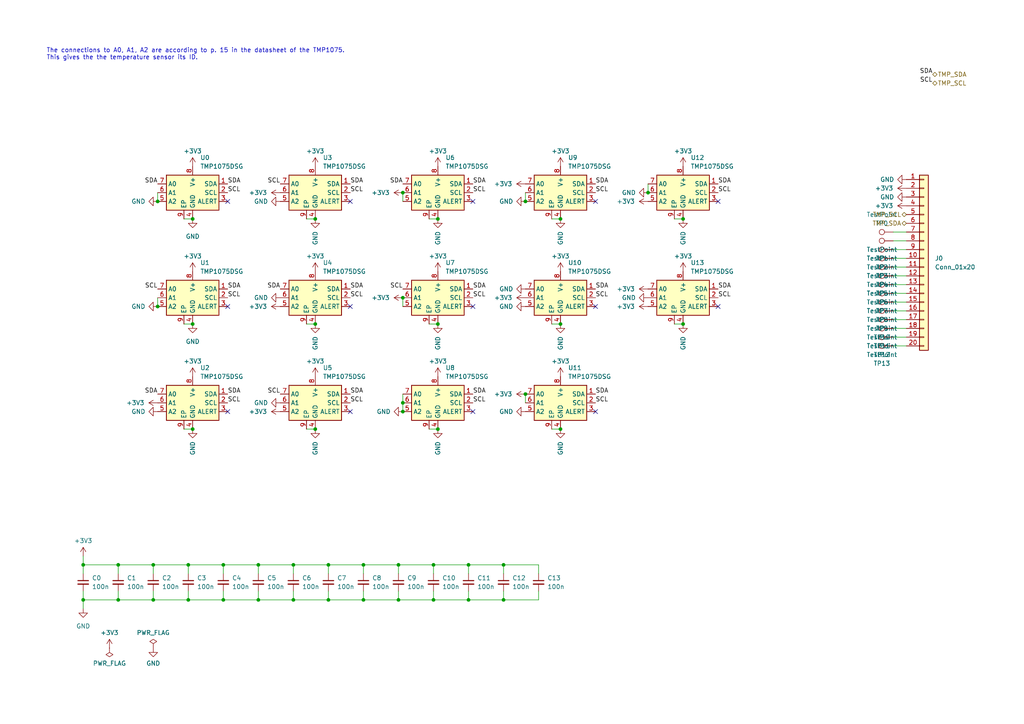
<source format=kicad_sch>
(kicad_sch (version 20231120) (generator "eeschema") (generator_version "8.0")
  (paper "A4")
  (lib_symbols
    (symbol "+3V3_1" (power) (pin_numbers hide) (pin_names (offset 0) hide)
      (property "Value" "+3V3" (at 0 3.556 0))
      (symbol "+3V3_1_0_1"
        (polyline (pts (xy -0.762 1.27) (xy 0 2.54)))
        (polyline (pts (xy 0 0) (xy 0 2.54)))
        (polyline (pts (xy 0 2.54) (xy 0.762 1.27)))
      )
      (symbol "+3V3_1_1_1"
        (pin power_in line (at 0 0 90) (length 0) (name "~") (number "1"))
      )
    )
    (symbol "Connector:TestPoint" (pin_numbers hide) (pin_names (offset 0.762) hide)
      (property "Reference" "TP" (at 0 6.858 0))
      (property "Value" "TestPoint" (at 0 5.08 0))
      (symbol "TestPoint_0_1"
        (circle (center 0 3.302) (radius 0.762))
      )
      (symbol "TestPoint_1_1"
        (pin passive line (at 0 0 90) (length 2.54) (name "1") (number "1"))
      )
    )
    (symbol "Connector_Generic:Conn_01x20" (pin_names (offset 1.016) hide)
      (property "Reference" "J" (at 0 25.4 0))
      (property "Value" "Conn_01x20" (at 0 -27.94 0))
      (symbol "Conn_01x20_1_1"
        (rectangle (start -1.27 -25.273) (end 0 -25.527) (stroke (width 0.1524)))
        (rectangle (start -1.27 -22.733) (end 0 -22.987) (stroke (width 0.1524)))
        (rectangle (start -1.27 -20.193) (end 0 -20.447) (stroke (width 0.1524)))
        (rectangle (start -1.27 -17.653) (end 0 -17.907) (stroke (width 0.1524)))
        (rectangle (start -1.27 -15.113) (end 0 -15.367) (stroke (width 0.1524)))
        (rectangle (start -1.27 -12.573) (end 0 -12.827) (stroke (width 0.1524)))
        (rectangle (start -1.27 -10.033) (end 0 -10.287) (stroke (width 0.1524)))
        (rectangle (start -1.27 -7.493) (end 0 -7.747) (stroke (width 0.1524)))
        (rectangle (start -1.27 -4.953) (end 0 -5.207) (stroke (width 0.1524)))
        (rectangle (start -1.27 -2.413) (end 0 -2.667) (stroke (width 0.1524)))
        (rectangle (start -1.27 0.127) (end 0 -0.127) (stroke (width 0.1524)))
        (rectangle (start -1.27 2.667) (end 0 2.413) (stroke (width 0.1524)))
        (rectangle (start -1.27 5.207) (end 0 4.953) (stroke (width 0.1524)))
        (rectangle (start -1.27 7.747) (end 0 7.493) (stroke (width 0.1524)))
        (rectangle (start -1.27 10.287) (end 0 10.033) (stroke (width 0.1524)))
        (rectangle (start -1.27 12.827) (end 0 12.573) (stroke (width 0.1524)))
        (rectangle (start -1.27 15.367) (end 0 15.113) (stroke (width 0.1524)))
        (rectangle (start -1.27 17.907) (end 0 17.653) (stroke (width 0.1524)))
        (rectangle (start -1.27 20.447) (end 0 20.193) (stroke (width 0.1524)))
        (rectangle (start -1.27 22.987) (end 0 22.733) (stroke (width 0.1524)))
        (rectangle (start -1.27 24.13) (end 1.27 -26.67) (stroke (width 0.254)) (fill (type background)))
        (pin passive line (at -5.08 22.86 0) (length 3.81) (name "Pin_1") (number "1"))
        (pin passive line (at -5.08 0 0) (length 3.81) (name "Pin_10") (number "10"))
        (pin passive line (at -5.08 -2.54 0) (length 3.81) (name "Pin_11") (number "11"))
        (pin passive line (at -5.08 -5.08 0) (length 3.81) (name "Pin_12") (number "12"))
        (pin passive line (at -5.08 -7.62 0) (length 3.81) (name "Pin_13") (number "13"))
        (pin passive line (at -5.08 -10.16 0) (length 3.81) (name "Pin_14") (number "14"))
        (pin passive line (at -5.08 -12.7 0) (length 3.81) (name "Pin_15") (number "15"))
        (pin passive line (at -5.08 -15.24 0) (length 3.81) (name "Pin_16") (number "16"))
        (pin passive line (at -5.08 -17.78 0) (length 3.81) (name "Pin_17") (number "17"))
        (pin passive line (at -5.08 -20.32 0) (length 3.81) (name "Pin_18") (number "18"))
        (pin passive line (at -5.08 -22.86 0) (length 3.81) (name "Pin_19") (number "19"))
        (pin passive line (at -5.08 20.32 0) (length 3.81) (name "Pin_2") (number "2"))
        (pin passive line (at -5.08 -25.4 0) (length 3.81) (name "Pin_20") (number "20"))
        (pin passive line (at -5.08 17.78 0) (length 3.81) (name "Pin_3") (number "3"))
        (pin passive line (at -5.08 15.24 0) (length 3.81) (name "Pin_4") (number "4"))
        (pin passive line (at -5.08 12.7 0) (length 3.81) (name "Pin_5") (number "5"))
        (pin passive line (at -5.08 10.16 0) (length 3.81) (name "Pin_6") (number "6"))
        (pin passive line (at -5.08 7.62 0) (length 3.81) (name "Pin_7") (number "7"))
        (pin passive line (at -5.08 5.08 0) (length 3.81) (name "Pin_8") (number "8"))
        (pin passive line (at -5.08 2.54 0) (length 3.81) (name "Pin_9") (number "9"))
      )
    )
    (symbol "Device:C_Small" (pin_numbers hide) (pin_names (offset 0.254) hide)
      (property "Reference" "C" (at 0.254 1.778 0))
      (property "Value" "C_Small" (at 0.254 -2.032 0))
      (symbol "C_Small_0_1"
        (polyline (pts (xy -1.524 -0.508) (xy 1.524 -0.508)) (stroke (width 0.3302)))
        (polyline (pts (xy -1.524 0.508) (xy 1.524 0.508)) (stroke (width 0.3048)))
      )
      (symbol "C_Small_1_1"
        (pin passive line (at 0 2.54 270) (length 2.032) (name "~") (number "1"))
        (pin passive line (at 0 -2.54 90) (length 2.032) (name "~") (number "2"))
      )
    )
    (symbol "Sensor_Temperature:TMP1075DSG"
      (property "Reference" "U" (at -6.35 6.35 0))
      (property "Value" "TMP1075DSG" (at 6.35 6.35 0))
      (symbol "TMP1075DSG_0_1"
        (rectangle (start -7.62 5.08) (end 7.62 -5.08) (stroke (width 0.254)) (fill (type background)))
      )
      (symbol "TMP1075DSG_1_1"
        (pin bidirectional line (at 10.16 2.54 180) (length 2.54) (name "SDA") (number "1"))
        (pin input line (at 10.16 0 180) (length 2.54) (name "SCL") (number "2"))
        (pin open_collector line (at 10.16 -2.54 180) (length 2.54) (name "ALERT") (number "3"))
        (pin power_in line (at 0 -7.62 90) (length 2.54) (name "GND") (number "4"))
        (pin input line (at -10.16 -2.54 0) (length 2.54) (name "A2") (number "5"))
        (pin input line (at -10.16 0 0) (length 2.54) (name "A1") (number "6"))
        (pin input line (at -10.16 2.54 0) (length 2.54) (name "A0") (number "7"))
        (pin power_in line (at 0 7.62 270) (length 2.54) (name "V+") (number "8"))
        (pin passive line (at -2.54 -7.62 90) (length 2.54) (name "EP") (number "9"))
      )
    )
    (symbol "power:+3V3" (power) (pin_names (offset 0))
      (property "Value" "+3V3" (at 0 3.556 0))
      (symbol "+3V3_0_1"
        (polyline (pts (xy -0.762 1.27) (xy 0 2.54)))
        (polyline (pts (xy 0 0) (xy 0 2.54)))
        (polyline (pts (xy 0 2.54) (xy 0.762 1.27)))
      )
      (symbol "+3V3_1_1"
        (pin power_in line (at 0 0 90) (length 0) hide (name "+3V3") (number "1"))
      )
    )
    (symbol "power:GND" (power) (pin_names (offset 0))
      (property "Value" "GND" (at 0 -3.81 0))
      (symbol "GND_0_1"
        (polyline (pts (xy 0 0) (xy 0 -1.27) (xy 1.27 -1.27) (xy 0 -2.54) (xy -1.27 -1.27) (xy 0 -1.27)))
      )
      (symbol "GND_1_1"
        (pin power_in line (at 0 0 270) (length 0) hide (name "GND") (number "1"))
      )
    )
    (symbol "power:PWR_FLAG" (power) (pin_numbers hide) (pin_names (offset 0) hide)
      (property "Value" "PWR_FLAG" (at 0 3.81 0))
      (symbol "PWR_FLAG_0_0"
        (pin power_out line (at 0 0 90) (length 0) (name "~") (number "1"))
      )
      (symbol "PWR_FLAG_0_1"
        (polyline (pts (xy 0 0) (xy 0 1.27) (xy -1.016 1.905) (xy 0 2.54) (xy 1.016 1.905) (xy 0 1.27)))
      )
    )
  )
  (junction (at 152.4 58.42))
  (junction (at 55.88 93.98))
  (junction (at 55.88 124.46))
  (junction (at 162.56 63.5))
  (junction (at 24.13 163.83))
  (junction (at 64.77 163.83))
  (junction (at 45.72 58.42))
  (junction (at 95.25 173.99))
  (junction (at 44.45 163.83))
  (junction (at 146.05 173.99))
  (junction (at 44.45 173.99))
  (junction (at 105.41 173.99))
  (junction (at 115.57 173.99))
  (junction (at 91.44 63.5))
  (junction (at 91.44 93.98))
  (junction (at 91.44 124.46))
  (junction (at 125.73 163.83))
  (junction (at 198.12 93.98))
  (junction (at 74.93 173.99))
  (junction (at 162.56 93.98))
  (junction (at 85.09 173.99))
  (junction (at 74.93 163.83))
  (junction (at 105.41 163.83))
  (junction (at 116.84 55.88))
  (junction (at 54.61 163.83))
  (junction (at 116.84 116.84))
  (junction (at 116.84 86.36))
  (junction (at 64.77 173.99))
  (junction (at 34.29 163.83))
  (junction (at 45.72 88.9))
  (junction (at 187.96 55.88))
  (junction (at 54.61 173.99))
  (junction (at 34.29 173.99))
  (junction (at 135.89 163.83))
  (junction (at 24.13 173.99))
  (junction (at 116.84 119.38))
  (junction (at 152.4 114.3))
  (junction (at 85.09 163.83))
  (junction (at 127 63.5))
  (junction (at 162.56 124.46))
  (junction (at 127 93.98))
  (junction (at 135.89 173.99))
  (junction (at 95.25 163.83))
  (junction (at 146.05 163.83))
  (junction (at 125.73 173.99))
  (junction (at 127 124.46))
  (junction (at 115.57 163.83))
  (junction (at 198.12 63.5))
  (junction (at 55.88 63.5))
  (no_connect (at 208.28 58.42))
  (no_connect (at 101.6 119.38))
  (no_connect (at 172.72 119.38))
  (no_connect (at 172.72 58.42))
  (no_connect (at 66.04 58.42))
  (no_connect (at 172.72 88.9))
  (no_connect (at 66.04 88.9))
  (no_connect (at 137.16 88.9))
  (no_connect (at 137.16 119.38))
  (no_connect (at 101.6 88.9))
  (no_connect (at 137.16 58.42))
  (no_connect (at 208.28 88.9))
  (no_connect (at 101.6 58.42))
  (no_connect (at 66.04 119.38))
  (wire (pts (xy 195.58 93.98) (xy 198.12 93.98)))
  (wire (pts (xy 259.08 80.01) (xy 262.89 80.01)))
  (wire (pts (xy 146.05 171.45) (xy 146.05 173.99)))
  (wire (pts (xy 54.61 173.99) (xy 44.45 173.99)))
  (wire (pts (xy 88.9 93.98) (xy 91.44 93.98)))
  (wire (pts (xy 34.29 166.37) (xy 34.29 163.83)))
  (wire (pts (xy 64.77 173.99) (xy 54.61 173.99)))
  (wire (pts (xy 74.93 173.99) (xy 64.77 173.99)))
  (wire (pts (xy 105.41 173.99) (xy 95.25 173.99)))
  (wire (pts (xy 95.25 173.99) (xy 85.09 173.99)))
  (wire (pts (xy 259.08 77.47) (xy 262.89 77.47)))
  (wire (pts (xy 24.13 161.29) (xy 24.13 163.83)))
  (wire (pts (xy 105.41 171.45) (xy 105.41 173.99)))
  (wire (pts (xy 115.57 171.45) (xy 115.57 173.99)))
  (wire (pts (xy 125.73 163.83) (xy 125.73 166.37)))
  (wire (pts (xy 146.05 163.83) (xy 146.05 166.37)))
  (wire (pts (xy 259.08 100.33) (xy 262.89 100.33)))
  (wire (pts (xy 259.08 95.25) (xy 262.89 95.25)))
  (wire (pts (xy 53.34 63.5) (xy 55.88 63.5)))
  (wire (pts (xy 34.29 173.99) (xy 24.13 173.99)))
  (wire (pts (xy 34.29 163.83) (xy 44.45 163.83)))
  (wire (pts (xy 259.08 85.09) (xy 262.89 85.09)))
  (wire (pts (xy 125.73 173.99) (xy 115.57 173.99)))
  (wire (pts (xy 156.21 163.83) (xy 156.21 166.37)))
  (wire (pts (xy 74.93 163.83) (xy 74.93 166.37)))
  (wire (pts (xy 195.58 63.5) (xy 198.12 63.5)))
  (wire (pts (xy 54.61 171.45) (xy 54.61 173.99)))
  (wire (pts (xy 44.45 163.83) (xy 44.45 166.37)))
  (wire (pts (xy 85.09 171.45) (xy 85.09 173.99)))
  (wire (pts (xy 152.4 114.3) (xy 152.4 116.84)))
  (wire (pts (xy 53.34 93.98) (xy 55.88 93.98)))
  (wire (pts (xy 95.25 171.45) (xy 95.25 173.99)))
  (wire (pts (xy 124.46 93.98) (xy 127 93.98)))
  (wire (pts (xy 116.84 114.3) (xy 116.84 116.84)))
  (wire (pts (xy 156.21 173.99) (xy 146.05 173.99)))
  (wire (pts (xy 85.09 173.99) (xy 74.93 173.99)))
  (wire (pts (xy 85.09 163.83) (xy 95.25 163.83)))
  (wire (pts (xy 64.77 163.83) (xy 74.93 163.83)))
  (wire (pts (xy 74.93 163.83) (xy 85.09 163.83)))
  (wire (pts (xy 259.08 72.39) (xy 262.89 72.39)))
  (wire (pts (xy 115.57 163.83) (xy 115.57 166.37)))
  (wire (pts (xy 45.72 86.36) (xy 45.72 88.9)))
  (wire (pts (xy 135.89 173.99) (xy 125.73 173.99)))
  (wire (pts (xy 105.41 163.83) (xy 115.57 163.83)))
  (wire (pts (xy 135.89 171.45) (xy 135.89 173.99)))
  (wire (pts (xy 24.13 163.83) (xy 34.29 163.83)))
  (wire (pts (xy 64.77 171.45) (xy 64.77 173.99)))
  (wire (pts (xy 259.08 69.85) (xy 262.89 69.85)))
  (wire (pts (xy 135.89 163.83) (xy 135.89 166.37)))
  (wire (pts (xy 54.61 163.83) (xy 64.77 163.83)))
  (wire (pts (xy 95.25 163.83) (xy 105.41 163.83)))
  (wire (pts (xy 187.96 53.34) (xy 187.96 55.88)))
  (wire (pts (xy 85.09 163.83) (xy 85.09 166.37)))
  (wire (pts (xy 160.02 124.46) (xy 162.56 124.46)))
  (wire (pts (xy 45.72 55.88) (xy 45.72 58.42)))
  (wire (pts (xy 34.29 171.45) (xy 34.29 173.99)))
  (wire (pts (xy 259.08 87.63) (xy 262.89 87.63)))
  (wire (pts (xy 259.08 90.17) (xy 262.89 90.17)))
  (wire (pts (xy 116.84 55.88) (xy 116.84 58.42)))
  (wire (pts (xy 44.45 173.99) (xy 34.29 173.99)))
  (wire (pts (xy 259.08 74.93) (xy 262.89 74.93)))
  (wire (pts (xy 54.61 163.83) (xy 54.61 166.37)))
  (wire (pts (xy 152.4 55.88) (xy 152.4 58.42)))
  (wire (pts (xy 44.45 171.45) (xy 44.45 173.99)))
  (wire (pts (xy 115.57 163.83) (xy 125.73 163.83)))
  (wire (pts (xy 74.93 171.45) (xy 74.93 173.99)))
  (wire (pts (xy 124.46 124.46) (xy 127 124.46)))
  (wire (pts (xy 135.89 163.83) (xy 146.05 163.83)))
  (wire (pts (xy 160.02 93.98) (xy 162.56 93.98)))
  (wire (pts (xy 259.08 82.55) (xy 262.89 82.55)))
  (wire (pts (xy 115.57 173.99) (xy 105.41 173.99)))
  (wire (pts (xy 259.08 92.71) (xy 262.89 92.71)))
  (wire (pts (xy 125.73 171.45) (xy 125.73 173.99)))
  (wire (pts (xy 116.84 86.36) (xy 116.84 88.9)))
  (wire (pts (xy 259.08 97.79) (xy 262.89 97.79)))
  (wire (pts (xy 124.46 63.5) (xy 127 63.5)))
  (wire (pts (xy 24.13 171.45) (xy 24.13 173.99)))
  (wire (pts (xy 24.13 163.83) (xy 24.13 166.37)))
  (wire (pts (xy 64.77 163.83) (xy 64.77 166.37)))
  (wire (pts (xy 88.9 63.5) (xy 91.44 63.5)))
  (wire (pts (xy 259.08 67.31) (xy 262.89 67.31)))
  (wire (pts (xy 156.21 171.45) (xy 156.21 173.99)))
  (wire (pts (xy 95.25 166.37) (xy 95.25 163.83)))
  (wire (pts (xy 146.05 173.99) (xy 135.89 173.99)))
  (wire (pts (xy 88.9 124.46) (xy 91.44 124.46)))
  (wire (pts (xy 160.02 63.5) (xy 162.56 63.5)))
  (wire (pts (xy 105.41 163.83) (xy 105.41 166.37)))
  (wire (pts (xy 53.34 124.46) (xy 55.88 124.46)))
  (wire (pts (xy 44.45 163.83) (xy 54.61 163.83)))
  (wire (pts (xy 24.13 173.99) (xy 24.13 176.53)))
  (wire (pts (xy 116.84 116.84) (xy 116.84 119.38)))
  (wire (pts (xy 146.05 163.83) (xy 156.21 163.83)))
  (wire (pts (xy 125.73 163.83) (xy 135.89 163.83)))
  (text "The connections to A0, A1, A2 are according to p. 15 in the datasheet of the TMP1075. \nThis gives the the temperature sensor its ID. " (at 13.462 15.748 0) (effects (font (size 1.27 1.27)) (justify left)))
  (label "SDA" (at 208.28 53.34 0))
  (label "SCL" (at 137.16 116.84 0))
  (label "SDA" (at 172.72 53.34 0))
  (label "SCL" (at 101.6 55.88 0))
  (label "SDA" (at 81.28 83.82 180))
  (label "SDA" (at 45.72 114.3 180))
  (label "SDA" (at 45.72 53.34 180))
  (label "SCL" (at 66.04 55.88 0))
  (label "SCL" (at 270.51 24.13 180))
  (label "SDA" (at 66.04 83.82 0))
  (label "SDA" (at 137.16 53.34 0))
  (label "SCL" (at 137.16 55.88 0))
  (label "SCL" (at 172.72 55.88 0))
  (label "SDA" (at 172.72 114.3 0))
  (label "SCL" (at 81.28 114.3 180))
  (label "SCL" (at 101.6 116.84 0))
  (label "SDA" (at 172.72 83.82 0))
  (label "SDA" (at 116.84 53.34 180))
  (label "SCL" (at 66.04 116.84 0))
  (label "SDA" (at 101.6 114.3 0))
  (label "SCL" (at 66.04 86.36 0))
  (label "SDA" (at 137.16 83.82 0))
  (label "SCL" (at 208.28 55.88 0))
  (label "SDA" (at 137.16 114.3 0))
  (label "SCL" (at 137.16 86.36 0))
  (label "SDA" (at 101.6 53.34 0))
  (label "SDA" (at 270.51 21.59 180))
  (label "SCL" (at 172.72 86.36 0))
  (label "SDA" (at 101.6 83.82 0))
  (label "SCL" (at 208.28 86.36 0))
  (label "SDA" (at 208.28 83.82 0))
  (label "SDA" (at 66.04 114.3 0))
  (label "SCL" (at 172.72 116.84 0))
  (label "SDA" (at 66.04 53.34 0))
  (label "SCL" (at 116.84 83.82 180))
  (label "SCL" (at 45.72 83.82 180))
  (label "SCL" (at 81.28 53.34 180))
  (label "SCL" (at 101.6 86.36 0))
  (hierarchical_label "TMP_SCL" (shape bidirectional) (at 270.51 24.13 0))
  (hierarchical_label "TMP_SDA" (shape bidirectional) (at 270.51 21.59 0))
  (hierarchical_label "TMP_SDA" (shape bidirectional) (at 262.89 64.77 180))
  (hierarchical_label "TMP_SCL" (shape bidirectional) (at 262.89 62.23 180))
  (symbol (lib_id "power:GND") (at 24.13 176.53 0) (unit 1)
    (property "Reference" "#PWR01" (effects (hide yes)))
    (property "Value" "GND" (at 24.13 181.61 0))
  )
  (symbol (lib_id "power:+3V3") (at 31.75 187.96 0) (mirror y) (unit 1)
    (property "Reference" "#PWR02" (effects (hide yes)))
    (property "Value" "+3V3" (at 31.75 183.515 0))
  )
  (symbol (lib_id "power:+3V3") (at 91.44 48.26 0) (unit 1)
    (property "Reference" "#PWR020" (effects (hide yes)))
    (property "Value" "+3V3" (at 91.44 43.815 0))
  )
  (symbol (lib_id "power:+3V3") (at 152.4 53.34 90) (mirror x) (unit 1)
    (property "Reference" "#PWR035" (effects (hide yes)))
    (property "Value" "+3V3" (at 148.59 53.3401 90) (effects (justify left)))
  )
  (symbol (lib_id "power:+3V3") (at 262.89 59.69 90) (unit 1)
    (property "Reference" "#PWR051" (effects (hide yes)))
    (property "Value" "+3V3" (at 259.08 59.6899 90) (effects (justify left)))
  )
  (symbol (lib_id "Sensor_Temperature:TMP1075DSG") (at 55.88 116.84 0) (unit 1)
    (property "Reference" "U2" (at 58.0741 106.68 0) (effects (justify left)))
    (property "Value" "TMP1075DSG" (at 58.0741 109.22 0) (effects (justify left)))
    (property "Footprint" "Package_SON:WSON-8-1EP_2x2mm_P0.5mm_EP0.9x1.6mm_ThermalVias" (effects (hide yes)))
    (property "Datasheet" "https://www.ti.com/lit/gpn/tmp1075" (effects (hide yes)))
  )
  (symbol (lib_id "power:GND") (at 55.88 124.46 0) (unit 1)
    (property "Reference" "#PWR013" (effects (hide yes)))
    (property "Value" "GND" (at 55.88 132.08 90) (effects (justify left)))
  )
  (symbol (lib_id "Sensor_Temperature:TMP1075DSG") (at 162.56 86.36 0) (unit 1)
    (property "Reference" "U10" (at 164.7541 76.2 0) (effects (justify left)))
    (property "Value" "TMP1075DSG" (at 164.7541 78.74 0) (effects (justify left)))
    (property "Footprint" "Package_SON:WSON-8-1EP_2x2mm_P0.5mm_EP0.9x1.6mm_ThermalVias" (effects (hide yes)))
    (property "Datasheet" "https://www.ti.com/lit/gpn/tmp1075" (effects (hide yes)))
  )
  (symbol (lib_id "power:GND") (at 81.28 86.36 270) (mirror x) (unit 1)
    (property "Reference" "#PWR016" (effects (hide yes)))
    (property "Value" "GND" (at 73.66 86.36 90) (effects (justify left)))
  )
  (symbol (lib_id "Sensor_Temperature:TMP1075DSG") (at 198.12 55.88 0) (unit 1)
    (property "Reference" "U12" (at 200.3141 45.72 0) (effects (justify left)))
    (property "Value" "TMP1075DSG" (at 200.3141 48.26 0) (effects (justify left)))
    (property "Footprint" "Package_SON:WSON-8-1EP_2x2mm_P0.5mm_EP0.9x1.6mm_ThermalVias" (effects (hide yes)))
    (property "Datasheet" "https://www.ti.com/lit/gpn/tmp1075" (effects (hide yes)))
  )
  (symbol (lib_id "power:+3V3") (at 187.96 88.9 90) (unit 1)
    (property "Reference" "#PWR056" (effects (hide yes)))
    (property "Value" "+3V3" (at 184.15 88.8999 90) (effects (justify left)))
  )
  (symbol (lib_id "Sensor_Temperature:TMP1075DSG") (at 127 116.84 0) (unit 1)
    (property "Reference" "U8" (at 129.1941 106.68 0) (effects (justify left)))
    (property "Value" "TMP1075DSG" (at 129.1941 109.22 0) (effects (justify left)))
    (property "Footprint" "Package_SON:WSON-8-1EP_2x2mm_P0.5mm_EP0.9x1.6mm_ThermalVias" (effects (hide yes)))
    (property "Datasheet" "https://www.ti.com/lit/gpn/tmp1075" (effects (hide yes)))
  )
  (symbol (lib_id "Device:C_Small") (at 54.61 168.91 0) (unit 1)
    (property "Reference" "C3" (at 57.15 167.6462 0) (effects (justify left)))
    (property "Value" "100n" (at 57.15 170.1862 0) (effects (justify left)))
    (property "Footprint" "Capacitor_SMD:C_0603_1608Metric" (effects (hide yes)))
  )
  (symbol (lib_id "power:GND") (at 116.84 119.38 270) (unit 1)
    (property "Reference" "#PWR028" (effects (hide yes)))
    (property "Value" "GND" (at 109.22 119.38 90) (effects (justify left)))
  )
  (symbol (lib_id "Sensor_Temperature:TMP1075DSG") (at 127 55.88 0) (unit 1)
    (property "Reference" "U6" (at 129.1941 45.72 0) (effects (justify left)))
    (property "Value" "TMP1075DSG" (at 129.1941 48.26 0) (effects (justify left)))
    (property "Footprint" "Package_SON:WSON-8-1EP_2x2mm_P0.5mm_EP0.9x1.6mm_ThermalVias" (effects (hide yes)))
    (property "Datasheet" "https://www.ti.com/lit/gpn/tmp1075" (effects (hide yes)))
  )
  (symbol (lib_id "power:+3V3") (at 152.4 114.3 90) (mirror x) (unit 1)
    (property "Reference" "#PWR040" (effects (hide yes)))
    (property "Value" "+3V3" (at 148.59 114.3001 90) (effects (justify left)))
  )
  (symbol (lib_id "power:GND") (at 44.45 187.96 0) (mirror y) (unit 1)
    (property "Reference" "#PWR03" (effects (hide yes)))
    (property "Value" "GND" (at 44.45 192.405 0))
  )
  (symbol (lib_id "Connector:TestPoint") (at 259.08 67.31 90) (mirror x) (unit 1)
    (property "Reference" "TP0" (at 255.778 64.77 90))
    (property "Value" "TestPoint" (at 255.778 62.23 90))
    (property "Footprint" "TestPoint:TestPoint_Pad_2.0x2.0mm" (effects (hide yes)))
    (property "Description" "test point" (effects (hide yes)))
  )
  (symbol (lib_id "Device:C_Small") (at 95.25 168.91 0) (unit 1)
    (property "Reference" "C7" (at 97.79 167.6462 0) (effects (justify left)))
    (property "Value" "100n" (at 97.79 170.1862 0) (effects (justify left)))
    (property "Footprint" "Capacitor_SMD:C_0603_1608Metric" (effects (hide yes)))
  )
  (symbol (lib_id "power:+3V3") (at 81.28 119.38 90) (mirror x) (unit 1)
    (property "Reference" "#PWR019" (effects (hide yes)))
    (property "Value" "+3V3" (at 77.47 119.3801 90) (effects (justify left)))
  )
  (symbol (lib_id "Sensor_Temperature:TMP1075DSG") (at 91.44 55.88 0) (unit 1)
    (property "Reference" "U3" (at 93.6341 45.72 0) (effects (justify left)))
    (property "Value" "TMP1075DSG" (at 93.6341 48.26 0) (effects (justify left)))
    (property "Footprint" "Package_SON:WSON-8-1EP_2x2mm_P0.5mm_EP0.9x1.6mm_ThermalVias" (effects (hide yes)))
    (property "Datasheet" "https://www.ti.com/lit/gpn/tmp1075" (effects (hide yes)))
  )
  (symbol (lib_id "Sensor_Temperature:TMP1075DSG") (at 162.56 116.84 0) (unit 1)
    (property "Reference" "U11" (at 164.7541 106.68 0) (effects (justify left)))
    (property "Value" "TMP1075DSG" (at 164.7541 109.22 0) (effects (justify left)))
    (property "Footprint" "Package_SON:WSON-8-1EP_2x2mm_P0.5mm_EP0.9x1.6mm_ThermalVias" (effects (hide yes)))
    (property "Datasheet" "https://www.ti.com/lit/gpn/tmp1075" (effects (hide yes)))
  )
  (symbol (lib_id "Sensor_Temperature:TMP1075DSG") (at 55.88 55.88 0) (unit 1)
    (property "Reference" "U0" (at 58.0741 45.72 0) (effects (justify left)))
    (property "Value" "TMP1075DSG" (at 58.0741 48.26 0) (effects (justify left)))
    (property "Footprint" "Package_SON:WSON-8-1EP_2x2mm_P0.5mm_EP0.9x1.6mm_ThermalVias" (effects (hide yes)))
    (property "Datasheet" "https://www.ti.com/lit/gpn/tmp1075" (effects (hide yes)))
  )
  (symbol (lib_id "power:+3V3") (at 55.88 78.74 0) (unit 1)
    (property "Reference" "#PWR010" (effects (hide yes)))
    (property "Value" "+3V3" (at 55.88 74.295 0))
  )
  (symbol (lib_id "power:GND") (at 152.4 58.42 270) (unit 1)
    (property "Reference" "#PWR036" (effects (hide yes)))
    (property "Value" "GND" (at 144.78 58.42 90) (effects (justify left)))
  )
  (symbol (lib_id "Connector:TestPoint") (at 259.08 72.39 90) (mirror x) (unit 1)
    (property "Reference" "TP2" (at 255.778 77.47 90))
    (property "Value" "TestPoint" (at 255.778 74.93 90))
    (property "Footprint" "TestPoint:TestPoint_Pad_2.0x2.0mm" (effects (hide yes)))
    (property "Description" "test point" (effects (hide yes)))
  )
  (symbol (lib_id "Device:C_Small") (at 24.13 168.91 0) (unit 1)
    (property "Reference" "C0" (at 26.67 167.6462 0) (effects (justify left)))
    (property "Value" "100n" (at 26.67 170.1862 0) (effects (justify left)))
    (property "Footprint" "Capacitor_SMD:C_0603_1608Metric" (effects (hide yes)))
  )
  (symbol (lib_id "power:GND") (at 91.44 124.46 0) (unit 1)
    (property "Reference" "#PWR025" (effects (hide yes)))
    (property "Value" "GND" (at 91.44 132.08 90) (effects (justify left)))
  )
  (symbol (lib_id "Device:C_Small") (at 125.73 168.91 0) (unit 1)
    (property "Reference" "C10" (at 128.27 167.6462 0) (effects (justify left)))
    (property "Value" "100n" (at 128.27 170.1862 0) (effects (justify left)))
    (property "Footprint" "Capacitor_SMD:C_0603_1608Metric" (effects (hide yes)))
  )
  (symbol (lib_id "power:+3V3") (at 55.88 109.22 0) (unit 1)
    (property "Reference" "#PWR012" (effects (hide yes)))
    (property "Value" "+3V3" (at 55.88 104.775 0))
  )
  (symbol (lib_id "power:GND") (at 198.12 63.5 0) (unit 1)
    (property "Reference" "#PWR054" (effects (hide yes)))
    (property "Value" "GND" (at 198.12 71.12 90) (effects (justify left)))
  )
  (symbol (lib_id "Device:C_Small") (at 74.93 168.91 0) (unit 1)
    (property "Reference" "C5" (at 77.47 167.6462 0) (effects (justify left)))
    (property "Value" "100n" (at 77.47 170.1862 0) (effects (justify left)))
    (property "Footprint" "Capacitor_SMD:C_0603_1608Metric" (effects (hide yes)))
  )
  (symbol (lib_id "power:GND") (at 162.56 63.5 0) (unit 1)
    (property "Reference" "#PWR043" (effects (hide yes)))
    (property "Value" "GND" (at 162.56 71.12 90) (effects (justify left)))
  )
  (symbol (lib_id "Sensor_Temperature:TMP1075DSG") (at 55.88 86.36 0) (unit 1)
    (property "Reference" "U1" (at 58.0741 76.2 0) (effects (justify left)))
    (property "Value" "TMP1075DSG" (at 58.0741 78.74 0) (effects (justify left)))
    (property "Footprint" "Package_SON:WSON-8-1EP_2x2mm_P0.5mm_EP0.9x1.6mm_ThermalVias" (effects (hide yes)))
    (property "Datasheet" "https://www.ti.com/lit/gpn/tmp1075" (effects (hide yes)))
  )
  (symbol (lib_id "Connector:TestPoint") (at 259.08 100.33 90) (mirror x) (unit 1)
    (property "Reference" "TP13" (at 255.778 105.41 90))
    (property "Value" "TestPoint" (at 255.778 102.87 90))
    (property "Footprint" "TestPoint:TestPoint_Pad_2.0x2.0mm" (effects (hide yes)))
    (property "Description" "test point" (effects (hide yes)))
  )
  (symbol (lib_id "power:GND") (at 262.89 57.15 270) (mirror x) (unit 1)
    (property "Reference" "#PWR050" (effects (hide yes)))
    (property "Value" "GND" (at 255.27 57.15 90) (effects (justify left)))
  )
  (symbol (lib_id "Device:C_Small") (at 156.21 168.91 0) (unit 1)
    (property "Reference" "C13" (at 158.75 167.6462 0) (effects (justify left)))
    (property "Value" "100n" (at 158.75 170.1862 0) (effects (justify left)))
    (property "Footprint" "Capacitor_SMD:C_0603_1608Metric" (effects (hide yes)))
  )
  (symbol (lib_id "Connector:TestPoint") (at 259.08 90.17 90) (mirror x) (unit 1)
    (property "Reference" "TP9" (at 255.778 95.25 90))
    (property "Value" "TestPoint" (at 255.778 92.71 90))
    (property "Footprint" "TestPoint:TestPoint_Pad_2.0x2.0mm" (effects (hide yes)))
    (property "Description" "test point" (effects (hide yes)))
  )
  (symbol (lib_id "power:GND") (at 262.89 52.07 270) (mirror x) (unit 1)
    (property "Reference" "#PWR057" (effects (hide yes)))
    (property "Value" "GND" (at 255.27 52.07 90) (effects (justify left)))
  )
  (symbol (lib_id "Device:C_Small") (at 85.09 168.91 0) (unit 1)
    (property "Reference" "C6" (at 87.63 167.6462 0) (effects (justify left)))
    (property "Value" "100n" (at 87.63 170.1862 0) (effects (justify left)))
    (property "Footprint" "Capacitor_SMD:C_0603_1608Metric" (effects (hide yes)))
  )
  (symbol (lib_id "power:GND") (at 162.56 93.98 0) (unit 1)
    (property "Reference" "#PWR045" (effects (hide yes)))
    (property "Value" "GND" (at 162.56 101.6 90) (effects (justify left)))
  )
  (symbol (lib_id "power:PWR_FLAG") (at 31.75 187.96 180) (unit 1)
    (property "Reference" "#FLG00" (effects (hide yes)))
    (property "Value" "PWR_FLAG" (at 31.75 192.405 0))
    (property "Description" "Special symbol for telling ERC where power comes from" (effects (hide yes)))
  )
  (symbol (lib_id "Device:C_Small") (at 44.45 168.91 0) (unit 1)
    (property "Reference" "C2" (at 46.99 167.6462 0) (effects (justify left)))
    (property "Value" "100n" (at 46.99 170.1862 0) (effects (justify left)))
    (property "Footprint" "Capacitor_SMD:C_0603_1608Metric" (effects (hide yes)))
  )
  (symbol (lib_id "Connector:TestPoint") (at 259.08 80.01 90) (mirror x) (unit 1)
    (property "Reference" "TP5" (at 255.778 85.09 90))
    (property "Value" "TestPoint" (at 255.778 82.55 90))
    (property "Footprint" "TestPoint:TestPoint_Pad_2.0x2.0mm" (effects (hide yes)))
    (property "Description" "test point" (effects (hide yes)))
  )
  (symbol (lib_id "Connector:TestPoint") (at 259.08 95.25 90) (mirror x) (unit 1)
    (property "Reference" "TP11" (at 255.778 100.33 90))
    (property "Value" "TestPoint" (at 255.778 97.79 90))
    (property "Footprint" "TestPoint:TestPoint_Pad_2.0x2.0mm" (effects (hide yes)))
    (property "Description" "test point" (effects (hide yes)))
  )
  (symbol (lib_id "power:GND") (at 81.28 58.42 270) (unit 1)
    (property "Reference" "#PWR015" (effects (hide yes)))
    (property "Value" "GND" (at 73.66 58.42 90) (effects (justify left)))
  )
  (symbol (lib_id "Device:C_Small") (at 64.77 168.91 0) (unit 1)
    (property "Reference" "C4" (at 67.31 167.6462 0) (effects (justify left)))
    (property "Value" "100n" (at 67.31 170.1862 0) (effects (justify left)))
    (property "Footprint" "Capacitor_SMD:C_0603_1608Metric" (effects (hide yes)))
  )
  (symbol (lib_id "Connector:TestPoint") (at 259.08 85.09 90) (mirror x) (unit 1)
    (property "Reference" "TP7" (at 255.778 90.17 90))
    (property "Value" "TestPoint" (at 255.778 87.63 90))
    (property "Footprint" "TestPoint:TestPoint_Pad_2.0x2.0mm" (effects (hide yes)))
    (property "Description" "test point" (effects (hide yes)))
  )
  (symbol (lib_id "power:GND") (at 45.72 119.38 270) (unit 1)
    (property "Reference" "#PWR07" (effects (hide yes)))
    (property "Value" "GND" (at 38.1 119.38 90) (effects (justify left)))
  )
  (symbol (lib_id "power:+3V3") (at 198.12 48.26 0) (unit 1)
    (property "Reference" "#PWR053" (effects (hide yes)))
    (property "Value" "+3V3" (at 198.12 43.815 0))
  )
  (symbol (lib_id "Sensor_Temperature:TMP1075DSG") (at 91.44 86.36 0) (unit 1)
    (property "Reference" "U4" (at 93.6341 76.2 0) (effects (justify left)))
    (property "Value" "TMP1075DSG" (at 93.6341 78.74 0) (effects (justify left)))
    (property "Footprint" "Package_SON:WSON-8-1EP_2x2mm_P0.5mm_EP0.9x1.6mm_ThermalVias" (effects (hide yes)))
    (property "Datasheet" "https://www.ti.com/lit/gpn/tmp1075" (effects (hide yes)))
  )
  (symbol (lib_id "power:+3V3") (at 127 109.22 0) (unit 1)
    (property "Reference" "#PWR033" (effects (hide yes)))
    (property "Value" "+3V3" (at 127 104.775 0))
  )
  (symbol (lib_id "Connector:TestPoint") (at 259.08 69.85 90) (mirror x) (unit 1)
    (property "Reference" "TP1" (at 255.778 74.93 90))
    (property "Value" "TestPoint" (at 255.778 72.39 90))
    (property "Footprint" "TestPoint:TestPoint_Pad_2.0x2.0mm" (effects (hide yes)))
    (property "Description" "test point" (effects (hide yes)))
  )
  (symbol (lib_id "power:GND") (at 91.44 93.98 0) (unit 1)
    (property "Reference" "#PWR023" (effects (hide yes)))
    (property "Value" "GND" (at 91.44 101.6 90) (effects (justify left)))
  )
  (symbol (lib_id "power:GND") (at 55.88 63.5 0) (unit 1)
    (property "Reference" "#PWR09" (effects (hide yes)))
    (property "Value" "GND" (at 55.88 68.58 0))
  )
  (symbol (lib_id "Connector:TestPoint") (at 259.08 74.93 90) (mirror x) (unit 1)
    (property "Reference" "TP3" (at 255.778 80.01 90))
    (property "Value" "TestPoint" (at 255.778 77.47 90))
    (property "Footprint" "TestPoint:TestPoint_Pad_2.0x2.0mm" (effects (hide yes)))
    (property "Description" "test point" (effects (hide yes)))
  )
  (symbol (lib_id "Device:C_Small") (at 135.89 168.91 0) (unit 1)
    (property "Reference" "C11" (at 138.43 167.6462 0) (effects (justify left)))
    (property "Value" "100n" (at 138.43 170.1862 0) (effects (justify left)))
    (property "Footprint" "Capacitor_SMD:C_0603_1608Metric" (effects (hide yes)))
  )
  (symbol (lib_id "Connector:TestPoint") (at 259.08 82.55 90) (mirror x) (unit 1)
    (property "Reference" "TP6" (at 255.778 87.63 90))
    (property "Value" "TestPoint" (at 255.778 85.09 90))
    (property "Footprint" "TestPoint:TestPoint_Pad_2.0x2.0mm" (effects (hide yes)))
    (property "Description" "test point" (effects (hide yes)))
  )
  (symbol (lib_id "power:GND") (at 187.96 86.36 270) (mirror x) (unit 1)
    (property "Reference" "#PWR055" (effects (hide yes)))
    (property "Value" "GND" (at 180.34 86.36 90) (effects (justify left)))
  )
  (symbol (lib_id "Device:C_Small") (at 105.41 168.91 0) (unit 1)
    (property "Reference" "C8" (at 107.95 167.6462 0) (effects (justify left)))
    (property "Value" "100n" (at 107.95 170.1862 0) (effects (justify left)))
    (property "Footprint" "Capacitor_SMD:C_0603_1608Metric" (effects (hide yes)))
  )
  (symbol (lib_id "power:+3V3") (at 81.28 55.88 90) (unit 1)
    (property "Reference" "#PWR014" (effects (hide yes)))
    (property "Value" "+3V3" (at 77.47 55.8799 90) (effects (justify left)))
  )
  (symbol (lib_id "Sensor_Temperature:TMP1075DSG") (at 127 86.36 0) (unit 1)
    (property "Reference" "U7" (at 129.1941 76.2 0) (effects (justify left)))
    (property "Value" "TMP1075DSG" (at 129.1941 78.74 0) (effects (justify left)))
    (property "Footprint" "Package_SON:WSON-8-1EP_2x2mm_P0.5mm_EP0.9x1.6mm_ThermalVias" (effects (hide yes)))
    (property "Datasheet" "https://www.ti.com/lit/gpn/tmp1075" (effects (hide yes)))
  )
  (symbol (lib_id "Connector:TestPoint") (at 259.08 97.79 90) (mirror x) (unit 1)
    (property "Reference" "TP12" (at 255.778 102.87 90))
    (property "Value" "TestPoint" (at 255.778 100.33 90))
    (property "Footprint" "TestPoint:TestPoint_Pad_2.0x2.0mm" (effects (hide yes)))
    (property "Description" "test point" (effects (hide yes)))
  )
  (symbol (lib_id "power:+3V3") (at 127 78.74 0) (unit 1)
    (property "Reference" "#PWR031" (effects (hide yes)))
    (property "Value" "+3V3" (at 127 74.295 0))
  )
  (symbol (lib_id "power:PWR_FLAG") (at 44.45 187.96 0) (unit 1)
    (property "Reference" "#FLG01" (effects (hide yes)))
    (property "Value" "PWR_FLAG" (at 44.45 183.515 0))
    (property "Description" "Special symbol for telling ERC where power comes from" (effects (hide yes)))
  )
  (symbol (lib_id "power:+3V3") (at 55.88 48.26 0) (unit 1)
    (property "Reference" "#PWR08" (effects (hide yes)))
    (property "Value" "+3V3" (at 55.88 43.815 0))
  )
  (symbol (lib_id "power:+3V3") (at 45.72 116.84 90) (unit 1)
    (property "Reference" "#PWR06" (effects (hide yes)))
    (property "Value" "+3V3" (at 41.91 116.8399 90) (effects (justify left)))
  )
  (symbol (lib_id "power:+3V3") (at 198.12 78.74 0) (unit 1)
    (property "Reference" "#PWR059" (effects (hide yes)))
    (property "Value" "+3V3" (at 198.12 74.295 0))
  )
  (symbol (lib_name "+3V3_1") (lib_id "power:+3V3") (at 24.13 161.29 0) (unit 1)
    (property "Reference" "#PWR00" (effects (hide yes)))
    (property "Value" "+3V3" (at 24.13 156.845 0))
    (property "Description" "Power symbol creates a global label with name \"+3V3\"" (effects (hide yes)))
  )
  (symbol (lib_id "power:GND") (at 127 124.46 0) (unit 1)
    (property "Reference" "#PWR034" (effects (hide yes)))
    (property "Value" "GND" (at 127 132.08 90) (effects (justify left)))
  )
  (symbol (lib_id "power:+3V3") (at 162.56 78.74 0) (unit 1)
    (property "Reference" "#PWR044" (effects (hide yes)))
    (property "Value" "+3V3" (at 162.56 74.295 0))
  )
  (symbol (lib_id "power:GND") (at 187.96 55.88 270) (mirror x) (unit 1)
    (property "Reference" "#PWR048" (effects (hide yes)))
    (property "Value" "GND" (at 180.34 55.88 90) (effects (justify left)))
  )
  (symbol (lib_id "Connector:TestPoint") (at 259.08 92.71 90) (mirror x) (unit 1)
    (property "Reference" "TP10" (at 255.778 97.79 90))
    (property "Value" "TestPoint" (at 255.778 95.25 90))
    (property "Footprint" "TestPoint:TestPoint_Pad_2.0x2.0mm" (effects (hide yes)))
    (property "Description" "test point" (effects (hide yes)))
  )
  (symbol (lib_id "power:GND") (at 81.28 116.84 270) (mirror x) (unit 1)
    (property "Reference" "#PWR018" (effects (hide yes)))
    (property "Value" "GND" (at 73.66 116.84 90) (effects (justify left)))
  )
  (symbol (lib_id "power:GND") (at 55.88 93.98 0) (unit 1)
    (property "Reference" "#PWR011" (effects (hide yes)))
    (property "Value" "GND" (at 55.88 99.06 0))
  )
  (symbol (lib_id "Sensor_Temperature:TMP1075DSG") (at 162.56 55.88 0) (unit 1)
    (property "Reference" "U9" (at 164.7541 45.72 0) (effects (justify left)))
    (property "Value" "TMP1075DSG" (at 164.7541 48.26 0) (effects (justify left)))
    (property "Footprint" "Package_SON:WSON-8-1EP_2x2mm_P0.5mm_EP0.9x1.6mm_ThermalVias" (effects (hide yes)))
    (property "Datasheet" "https://www.ti.com/lit/gpn/tmp1075" (effects (hide yes)))
  )
  (symbol (lib_id "power:+3V3") (at 187.96 83.82 90) (unit 1)
    (property "Reference" "#PWR052" (effects (hide yes)))
    (property "Value" "+3V3" (at 184.15 83.8199 90) (effects (justify left)))
  )
  (symbol (lib_id "Connector:TestPoint") (at 259.08 87.63 90) (mirror x) (unit 1)
    (property "Reference" "TP8" (at 255.778 92.71 90))
    (property "Value" "TestPoint" (at 255.778 90.17 90))
    (property "Footprint" "TestPoint:TestPoint_Pad_2.0x2.0mm" (effects (hide yes)))
    (property "Description" "test point" (effects (hide yes)))
  )
  (symbol (lib_id "power:GND") (at 45.72 88.9 270) (unit 1)
    (property "Reference" "#PWR05" (effects (hide yes)))
    (property "Value" "GND" (at 38.1 88.9 90) (effects (justify left)))
  )
  (symbol (lib_id "power:+3V3") (at 152.4 86.36 90) (mirror x) (unit 1)
    (property "Reference" "#PWR038" (effects (hide yes)))
    (property "Value" "+3V3" (at 148.59 86.3601 90) (effects (justify left)))
  )
  (symbol (lib_id "power:+3V3") (at 91.44 78.74 0) (unit 1)
    (property "Reference" "#PWR022" (effects (hide yes)))
    (property "Value" "+3V3" (at 91.44 74.295 0))
  )
  (symbol (lib_id "power:GND") (at 127 63.5 0) (unit 1)
    (property "Reference" "#PWR030" (effects (hide yes)))
    (property "Value" "GND" (at 127 71.12 90) (effects (justify left)))
  )
  (symbol (lib_id "Device:C_Small") (at 34.29 168.91 0) (unit 1)
    (property "Reference" "C1" (at 36.83 167.6462 0) (effects (justify left)))
    (property "Value" "100n" (at 36.83 170.1862 0) (effects (justify left)))
    (property "Footprint" "Capacitor_SMD:C_0603_1608Metric" (effects (hide yes)))
  )
  (symbol (lib_id "power:+3V3") (at 187.96 58.42 90) (unit 1)
    (property "Reference" "#PWR049" (effects (hide yes)))
    (property "Value" "+3V3" (at 184.15 58.4199 90) (effects (justify left)))
  )
  (symbol (lib_id "Connector:TestPoint") (at 259.08 77.47 90) (mirror x) (unit 1)
    (property "Reference" "TP4" (at 255.778 82.55 90))
    (property "Value" "TestPoint" (at 255.778 80.01 90))
    (property "Footprint" "TestPoint:TestPoint_Pad_2.0x2.0mm" (effects (hide yes)))
    (property "Description" "test point" (effects (hide yes)))
  )
  (symbol (lib_id "power:+3V3") (at 91.44 109.22 0) (unit 1)
    (property "Reference" "#PWR024" (effects (hide yes)))
    (property "Value" "+3V3" (at 91.44 104.775 0))
  )
  (symbol (lib_id "power:GND") (at 152.4 119.38 270) (unit 1)
    (property "Reference" "#PWR041" (effects (hide yes)))
    (property "Value" "GND" (at 144.78 119.38 90) (effects (justify left)))
  )
  (symbol (lib_id "power:GND") (at 152.4 83.82 270) (unit 1)
    (property "Reference" "#PWR037" (effects (hide yes)))
    (property "Value" "GND" (at 144.78 83.82 90) (effects (justify left)))
  )
  (symbol (lib_id "power:+3V3") (at 262.89 54.61 90) (unit 1)
    (property "Reference" "#PWR058" (effects (hide yes)))
    (property "Value" "+3V3" (at 259.08 54.6099 90) (effects (justify left)))
  )
  (symbol (lib_id "Device:C_Small") (at 115.57 168.91 0) (unit 1)
    (property "Reference" "C9" (at 118.11 167.6462 0) (effects (justify left)))
    (property "Value" "100n" (at 118.11 170.1862 0) (effects (justify left)))
    (property "Footprint" "Capacitor_SMD:C_0603_1608Metric" (effects (hide yes)))
  )
  (symbol (lib_id "power:+3V3") (at 162.56 109.22 0) (unit 1)
    (property "Reference" "#PWR046" (effects (hide yes)))
    (property "Value" "+3V3" (at 162.56 104.775 0))
  )
  (symbol (lib_id "power:GND") (at 91.44 63.5 0) (unit 1)
    (property "Reference" "#PWR021" (effects (hide yes)))
    (property "Value" "GND" (at 91.44 71.12 90) (effects (justify left)))
  )
  (symbol (lib_id "power:GND") (at 162.56 124.46 0) (unit 1)
    (property "Reference" "#PWR047" (effects (hide yes)))
    (property "Value" "GND" (at 162.56 132.08 90) (effects (justify left)))
  )
  (symbol (lib_id "Sensor_Temperature:TMP1075DSG") (at 198.12 86.36 0) (unit 1)
    (property "Reference" "U13" (at 200.3141 76.2 0) (effects (justify left)))
    (property "Value" "TMP1075DSG" (at 200.3141 78.74 0) (effects (justify left)))
    (property "Footprint" "Package_SON:WSON-8-1EP_2x2mm_P0.5mm_EP0.9x1.6mm_ThermalVias" (effects (hide yes)))
    (property "Datasheet" "https://www.ti.com/lit/gpn/tmp1075" (effects (hide yes)))
  )
  (symbol (lib_id "power:GND") (at 152.4 88.9 270) (unit 1)
    (property "Reference" "#PWR039" (effects (hide yes)))
    (property "Value" "GND" (at 144.78 88.9 90) (effects (justify left)))
  )
  (symbol (lib_id "power:+3V3") (at 127 48.26 0) (unit 1)
    (property "Reference" "#PWR029" (effects (hide yes)))
    (property "Value" "+3V3" (at 127 43.815 0))
  )
  (symbol (lib_id "power:+3V3") (at 81.28 88.9 90) (mirror x) (unit 1)
    (property "Reference" "#PWR017" (effects (hide yes)))
    (property "Value" "+3V3" (at 77.47 88.9001 90) (effects (justify left)))
  )
  (symbol (lib_id "power:+3V3") (at 162.56 48.26 0) (unit 1)
    (property "Reference" "#PWR042" (effects (hide yes)))
    (property "Value" "+3V3" (at 162.56 43.815 0))
  )
  (symbol (lib_id "power:GND") (at 198.12 93.98 0) (unit 1)
    (property "Reference" "#PWR060" (effects (hide yes)))
    (property "Value" "GND" (at 198.12 101.6 90) (effects (justify left)))
  )
  (symbol (lib_id "Device:C_Small") (at 146.05 168.91 0) (unit 1)
    (property "Reference" "C12" (at 148.59 167.6462 0) (effects (justify left)))
    (property "Value" "100n" (at 148.59 170.1862 0) (effects (justify left)))
    (property "Footprint" "Capacitor_SMD:C_0603_1608Metric" (effects (hide yes)))
  )
  (symbol (lib_id "Sensor_Temperature:TMP1075DSG") (at 91.44 116.84 0) (unit 1)
    (property "Reference" "U5" (at 93.6341 106.68 0) (effects (justify left)))
    (property "Value" "TMP1075DSG" (at 93.6341 109.22 0) (effects (justify left)))
    (property "Footprint" "Package_SON:WSON-8-1EP_2x2mm_P0.5mm_EP0.9x1.6mm_ThermalVias" (effects (hide yes)))
    (property "Datasheet" "https://www.ti.com/lit/gpn/tmp1075" (effects (hide yes)))
  )
  (symbol (lib_id "power:GND") (at 127 93.98 0) (unit 1)
    (property "Reference" "#PWR032" (effects (hide yes)))
    (property "Value" "GND" (at 127 101.6 90) (effects (justify left)))
  )
  (symbol (lib_id "power:GND") (at 45.72 58.42 270) (unit 1)
    (property "Reference" "#PWR04" (effects (hide yes)))
    (property "Value" "GND" (at 38.1 58.42 90) (effects (justify left)))
  )
  (symbol (lib_id "power:+3V3") (at 116.84 86.36 90) (mirror x) (unit 1)
    (property "Reference" "#PWR027" (effects (hide yes)))
    (property "Value" "+3V3" (at 113.03 86.3601 90) (effects (justify left)))
  )
  (symbol (lib_id "power:+3V3") (at 116.84 55.88 90) (mirror x) (unit 1)
    (property "Reference" "#PWR026" (effects (hide yes)))
    (property "Value" "+3V3" (at 113.03 55.8801 90) (effects (justify left)))
  )
  (symbol (lib_id "Connector_Generic:Conn_01x20") (at 267.97 74.93 0) (unit 1)
    (property "Reference" "J0" (at 271.145 74.9299 0) (effects (justify left)))
    (property "Value" "Conn_01x20" (at 271.145 77.4699 0) (effects (justify left)))
    (property "Footprint" "MV_Abnehmerplatine:533092070" (effects (hide yes)))
    (property "Description" "Generic connector, single row, 01x20, script generated (kicad-library-utils/schlib/autogen/connector/)" (effects (hide yes)))
  )
)
</source>
